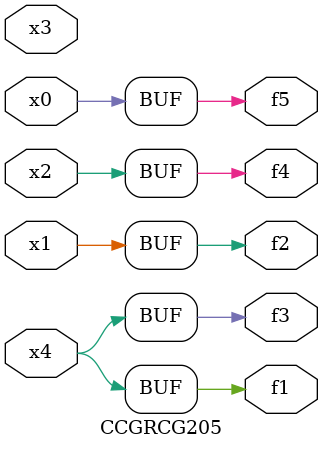
<source format=v>
module CCGRCG205(
	input x0, x1, x2, x3, x4,
	output f1, f2, f3, f4, f5
);
	assign f1 = x4;
	assign f2 = x1;
	assign f3 = x4;
	assign f4 = x2;
	assign f5 = x0;
endmodule

</source>
